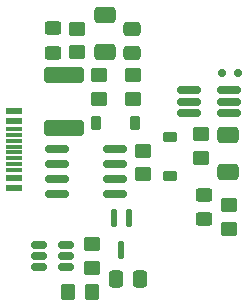
<source format=gbr>
%TF.GenerationSoftware,KiCad,Pcbnew,8.0.2*%
%TF.CreationDate,2024-05-15T22:33:18-04:00*%
%TF.ProjectId,USB-C-3-way-splitter,5553422d-432d-4332-9d77-61792d73706c,rev?*%
%TF.SameCoordinates,Original*%
%TF.FileFunction,Paste,Top*%
%TF.FilePolarity,Positive*%
%FSLAX46Y46*%
G04 Gerber Fmt 4.6, Leading zero omitted, Abs format (unit mm)*
G04 Created by KiCad (PCBNEW 8.0.2) date 2024-05-15 22:33:18*
%MOMM*%
%LPD*%
G01*
G04 APERTURE LIST*
G04 Aperture macros list*
%AMRoundRect*
0 Rectangle with rounded corners*
0 $1 Rounding radius*
0 $2 $3 $4 $5 $6 $7 $8 $9 X,Y pos of 4 corners*
0 Add a 4 corners polygon primitive as box body*
4,1,4,$2,$3,$4,$5,$6,$7,$8,$9,$2,$3,0*
0 Add four circle primitives for the rounded corners*
1,1,$1+$1,$2,$3*
1,1,$1+$1,$4,$5*
1,1,$1+$1,$6,$7*
1,1,$1+$1,$8,$9*
0 Add four rect primitives between the rounded corners*
20,1,$1+$1,$2,$3,$4,$5,0*
20,1,$1+$1,$4,$5,$6,$7,0*
20,1,$1+$1,$6,$7,$8,$9,0*
20,1,$1+$1,$8,$9,$2,$3,0*%
G04 Aperture macros list end*
%ADD10RoundRect,0.250000X1.450000X-0.400000X1.450000X0.400000X-1.450000X0.400000X-1.450000X-0.400000X0*%
%ADD11RoundRect,0.112500X0.112500X0.637500X-0.112500X0.637500X-0.112500X-0.637500X0.112500X-0.637500X0*%
%ADD12RoundRect,0.250000X-0.350000X-0.450000X0.350000X-0.450000X0.350000X0.450000X-0.350000X0.450000X0*%
%ADD13RoundRect,0.150000X-0.825000X-0.150000X0.825000X-0.150000X0.825000X0.150000X-0.825000X0.150000X0*%
%ADD14RoundRect,0.250000X-0.450000X0.350000X-0.450000X-0.350000X0.450000X-0.350000X0.450000X0.350000X0*%
%ADD15RoundRect,0.250000X0.650000X-0.412500X0.650000X0.412500X-0.650000X0.412500X-0.650000X-0.412500X0*%
%ADD16RoundRect,0.225000X0.225000X0.375000X-0.225000X0.375000X-0.225000X-0.375000X0.225000X-0.375000X0*%
%ADD17RoundRect,0.250000X0.450000X-0.325000X0.450000X0.325000X-0.450000X0.325000X-0.450000X-0.325000X0*%
%ADD18RoundRect,0.250000X-0.337500X-0.475000X0.337500X-0.475000X0.337500X0.475000X-0.337500X0.475000X0*%
%ADD19RoundRect,0.162500X0.837500X0.162500X-0.837500X0.162500X-0.837500X-0.162500X0.837500X-0.162500X0*%
%ADD20RoundRect,0.250000X0.450000X-0.350000X0.450000X0.350000X-0.450000X0.350000X-0.450000X-0.350000X0*%
%ADD21RoundRect,0.250000X0.475000X-0.337500X0.475000X0.337500X-0.475000X0.337500X-0.475000X-0.337500X0*%
%ADD22RoundRect,0.150000X-0.150000X-0.200000X0.150000X-0.200000X0.150000X0.200000X-0.150000X0.200000X0*%
%ADD23RoundRect,0.150000X0.512500X0.150000X-0.512500X0.150000X-0.512500X-0.150000X0.512500X-0.150000X0*%
%ADD24R,1.450000X0.600000*%
%ADD25R,1.450000X0.300000*%
%ADD26RoundRect,0.225000X-0.375000X0.225000X-0.375000X-0.225000X0.375000X-0.225000X0.375000X0.225000X0*%
%ADD27RoundRect,0.250000X-0.650000X0.412500X-0.650000X-0.412500X0.650000X-0.412500X0.650000X0.412500X0*%
G04 APERTURE END LIST*
D10*
%TO.C,F1*%
X9100000Y1850000D03*
X9100000Y6300000D03*
%TD*%
D11*
%TO.C,D1*%
X14650000Y-5840000D03*
X13350000Y-5840000D03*
X14000000Y-8500000D03*
%TD*%
D12*
%TO.C,R1*%
X9500000Y-12100000D03*
X11500000Y-12100000D03*
%TD*%
D13*
%TO.C,U1*%
X8525000Y5000D03*
X8525000Y-1265000D03*
X8525000Y-2535000D03*
X8525000Y-3805000D03*
X13475000Y-3805000D03*
X13475000Y-2535000D03*
X13475000Y-1265000D03*
X13475000Y5000D03*
%TD*%
D14*
%TO.C,R3*%
X15800000Y-100000D03*
X15800000Y-2100000D03*
%TD*%
%TO.C,R7*%
X20700000Y1300000D03*
X20700000Y-700000D03*
%TD*%
D15*
%TO.C,C3*%
X12600000Y8275000D03*
X12600000Y11400000D03*
%TD*%
D16*
%TO.C,D4*%
X15150000Y2200000D03*
X11850000Y2200000D03*
%TD*%
D17*
%TO.C,D2*%
X8200000Y8200000D03*
X8200000Y10250000D03*
%TD*%
D18*
%TO.C,C5*%
X13500000Y-11000000D03*
X15575000Y-11000000D03*
%TD*%
D17*
%TO.C,D3*%
X21000000Y-5875000D03*
X21000000Y-3825000D03*
%TD*%
D19*
%TO.C,U2*%
X23100000Y3100000D03*
X23100000Y4050000D03*
X23100000Y5000000D03*
X19680000Y5000000D03*
X19680000Y4050000D03*
X19680000Y3100000D03*
%TD*%
D14*
%TO.C,R6*%
X12100000Y6300000D03*
X12100000Y4300000D03*
%TD*%
D20*
%TO.C,R5*%
X23100000Y-6700000D03*
X23100000Y-4700000D03*
%TD*%
D21*
%TO.C,C1*%
X14900000Y8162500D03*
X14900000Y10237500D03*
%TD*%
D20*
%TO.C,R4*%
X10200000Y8225000D03*
X10200000Y10225000D03*
%TD*%
D14*
%TO.C,R8*%
X15000000Y6300000D03*
X15000000Y4300000D03*
%TD*%
%TO.C,R2*%
X11500000Y-8000000D03*
X11500000Y-10000000D03*
%TD*%
D22*
%TO.C,D6*%
X23900000Y6500000D03*
X22500000Y6500000D03*
%TD*%
D23*
%TO.C,U3*%
X9337500Y-9950000D03*
X9337500Y-9000000D03*
X9337500Y-8050000D03*
X7062500Y-8050000D03*
X7062500Y-9000000D03*
X7062500Y-9950000D03*
%TD*%
D24*
%TO.C,J1*%
X4945000Y3250000D03*
X4945000Y2450000D03*
D25*
X4945000Y1250000D03*
X4945000Y250000D03*
X4945000Y-250000D03*
X4945000Y-1250000D03*
D24*
X4945000Y-2450000D03*
X4945000Y-3250000D03*
X4945000Y-3250000D03*
X4945000Y-2450000D03*
D25*
X4945000Y-1750000D03*
X4945000Y-750000D03*
X4945000Y750000D03*
X4945000Y1750000D03*
D24*
X4945000Y2450000D03*
X4945000Y3250000D03*
%TD*%
D26*
%TO.C,D5*%
X18100000Y1050000D03*
X18100000Y-2250000D03*
%TD*%
D27*
%TO.C,C2*%
X23000000Y1212500D03*
X23000000Y-1912500D03*
%TD*%
M02*

</source>
